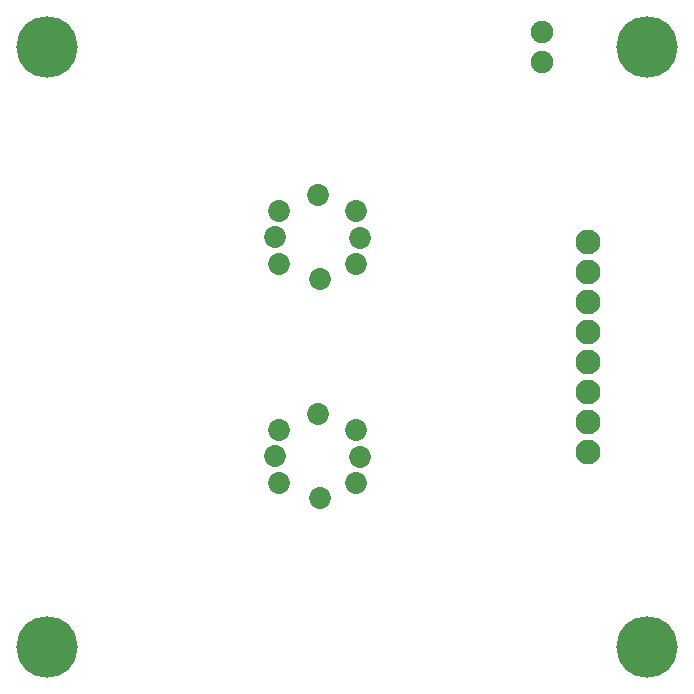
<source format=gbs>
G04 Layer: BottomSolderMaskLayer*
G04 EasyEDA v6.5.32, 2023-07-25 14:04:49*
G04 8e188c12afc0457c9e824fecad8258c0,5a6b42c53f6a479593ecc07194224c93,10*
G04 Gerber Generator version 0.2*
G04 Scale: 100 percent, Rotated: No, Reflected: No *
G04 Dimensions in millimeters *
G04 leading zeros omitted , absolute positions ,4 integer and 5 decimal *
%FSLAX45Y45*%
%MOMM*%

%ADD10C,1.8532*%
%ADD11C,5.2032*%
%ADD12C,2.1016*%
%ADD13C,1.9016*%

%LPD*%
D10*
G01*
X2997200Y3619500D03*
G01*
X2347188Y3619500D03*
G01*
X2997200Y4069511D03*
G01*
X2347188Y4069511D03*
G01*
X2672206Y4204487D03*
G01*
X3032201Y3844493D03*
G01*
X2692400Y3492500D03*
G01*
X2311400Y3848100D03*
G01*
X2997200Y1765300D03*
G01*
X2347188Y1765300D03*
G01*
X2997200Y2215311D03*
G01*
X2347188Y2215311D03*
G01*
X2672206Y2350287D03*
G01*
X3032201Y1990293D03*
G01*
X2692400Y1638300D03*
G01*
X2311400Y1993900D03*
D11*
G01*
X381000Y5461000D03*
G01*
X5461000Y5461000D03*
G01*
X5461000Y381000D03*
G01*
X381000Y381000D03*
D12*
G01*
X4956581Y2029205D03*
G01*
X4956581Y2283205D03*
G01*
X4956581Y2537205D03*
G01*
X4956581Y2791205D03*
G01*
X4956581Y3045205D03*
G01*
X4956581Y3299205D03*
G01*
X4956581Y3553205D03*
G01*
X4956581Y3807205D03*
D13*
G01*
X4572000Y5334000D03*
G01*
X4572000Y5588000D03*
M02*

</source>
